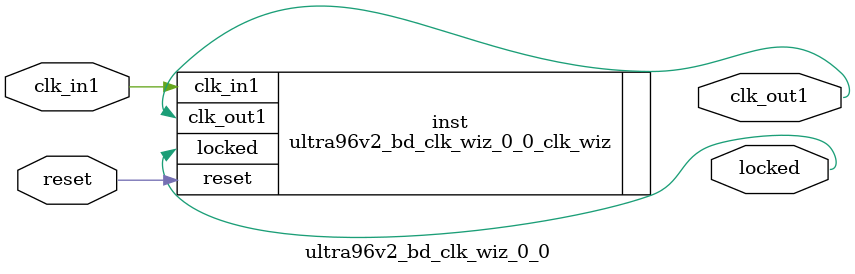
<source format=v>


`timescale 1ps/1ps

(* CORE_GENERATION_INFO = "ultra96v2_bd_clk_wiz_0_0,clk_wiz_v6_0_4_0_0,{component_name=ultra96v2_bd_clk_wiz_0_0,use_phase_alignment=false,use_min_o_jitter=false,use_max_i_jitter=false,use_dyn_phase_shift=false,use_inclk_switchover=false,use_dyn_reconfig=false,enable_axi=0,feedback_source=FDBK_AUTO,PRIMITIVE=MMCM,num_out_clk=1,clkin1_period=10.000,clkin2_period=10.000,use_power_down=false,use_reset=true,use_locked=true,use_inclk_stopped=false,feedback_type=SINGLE,CLOCK_MGR_TYPE=NA,manual_override=false}" *)

module ultra96v2_bd_clk_wiz_0_0 
 (
  // Clock out ports
  output        clk_out1,
  // Status and control signals
  input         reset,
  output        locked,
 // Clock in ports
  input         clk_in1
 );

  ultra96v2_bd_clk_wiz_0_0_clk_wiz inst
  (
  // Clock out ports  
  .clk_out1(clk_out1),
  // Status and control signals               
  .reset(reset), 
  .locked(locked),
 // Clock in ports
  .clk_in1(clk_in1)
  );

endmodule

</source>
